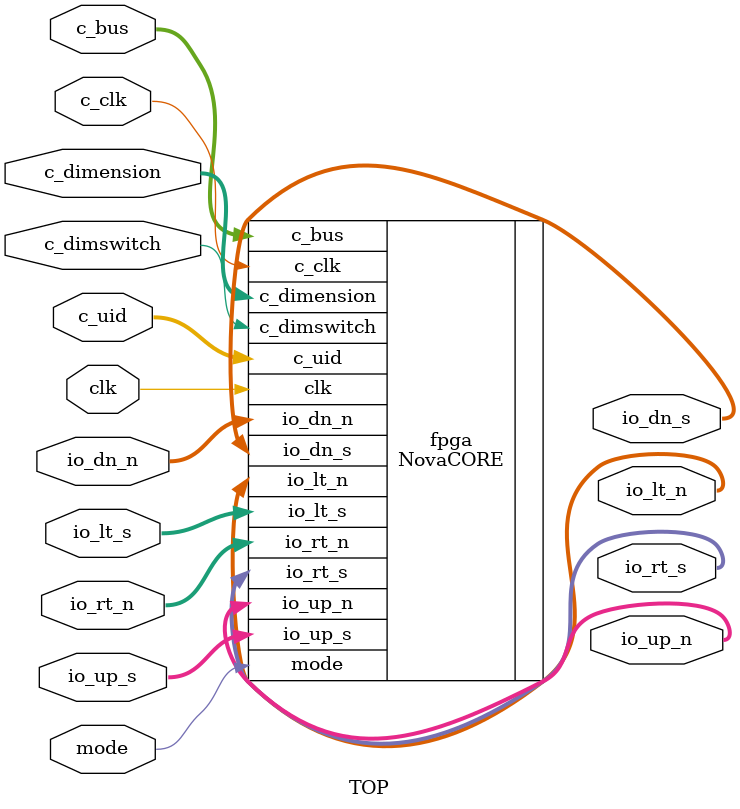
<source format=v>
module TOP(
		clk,

		mode,
		c_bus,
		c_uid,
		c_clk,
		c_dimension,
		c_dimswitch,

		io_up_n,
		io_up_s,
		io_dn_n,
		io_dn_s,
		io_lt_n,
		io_lt_s,
		io_rt_n,
		io_rt_s
	);

	input clk;

	input mode;
	input [57:0] c_bus;
	input [7:0] c_uid;
	input c_clk;
	input [1:0] c_dimension;
	input c_dimswitch;

	output [48:0] io_up_n;
	input [48:0] io_up_s;
	input [48:0] io_dn_n;
	output [48:0] io_dn_s;
	output [48:0] io_lt_n;
	input [48:0] io_lt_s;
	input [48:0] io_rt_n;
	output [48:0] io_rt_s;

	NovaCORE#(4, 7, 14, 2, 2, 4, 1, 8) fpga(
		.clk(clk),

		.mode(mode),
		.c_bus(c_bus),
		.c_uid(c_uid),
		.c_clk(c_clk),
		.c_dimension(c_dimension),
		.c_dimswitch(c_dimswitch),

		.io_up_n(io_up_n),
		.io_up_s(io_up_s),
		.io_dn_n(io_dn_n),
		.io_dn_s(io_dn_s),
		.io_lt_n(io_lt_n),
		.io_lt_s(io_lt_s),
		.io_rt_n(io_rt_n),
		.io_rt_s(io_rt_s)
	);

endmodule

</source>
